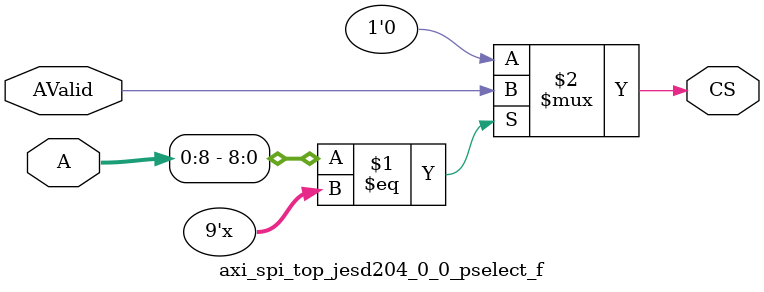
<source format=v>
`timescale 1 ps/1 ps

module axi_spi_top_jesd204_0_0_pselect_f ( A, AValid, CS) ;

parameter C_AB  = 9;
parameter C_AW  = 32;
parameter [0:C_AW - 1] C_BAR =  'bz;
parameter C_FAMILY  = "nofamily";
input[0:C_AW-1] A; 
input AValid; 
output CS; 
wire CS;
parameter [0:C_AB-1]BAR = C_BAR[0:C_AB-1];

//----------------------------------------------------------------------------
// Build a behavioral decoder
//----------------------------------------------------------------------------
generate
if (C_AB > 0) begin : XST_WA
assign CS = (A[0:C_AB - 1] == BAR[0:C_AB - 1]) ? AValid : 1'b0 ;
end
endgenerate

generate
if (C_AB == 0) begin : PASS_ON_GEN
assign CS = AValid ;
end
endgenerate
endmodule

</source>
